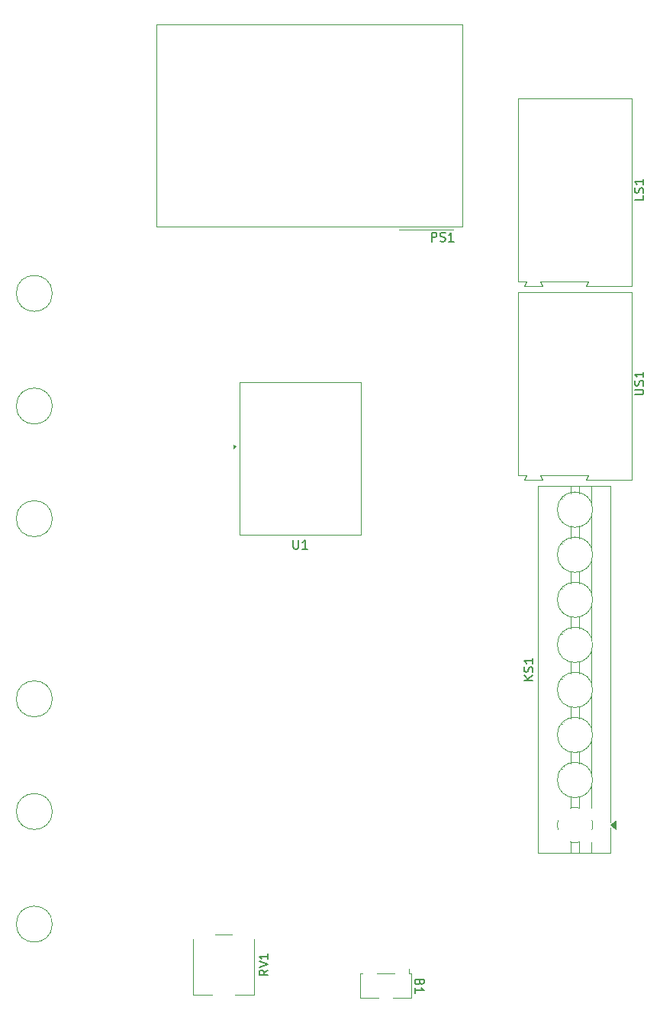
<source format=gbr>
%TF.GenerationSoftware,KiCad,Pcbnew,8.0.8*%
%TF.CreationDate,2025-02-08T14:15:15-05:00*%
%TF.ProjectId,Project_PCB_Subsystem,50726f6a-6563-4745-9f50-43425f537562,rev?*%
%TF.SameCoordinates,Original*%
%TF.FileFunction,Legend,Top*%
%TF.FilePolarity,Positive*%
%FSLAX46Y46*%
G04 Gerber Fmt 4.6, Leading zero omitted, Abs format (unit mm)*
G04 Created by KiCad (PCBNEW 8.0.8) date 2025-02-08 14:15:15*
%MOMM*%
%LPD*%
G01*
G04 APERTURE LIST*
%ADD10C,0.150000*%
%ADD11C,0.120000*%
G04 APERTURE END LIST*
D10*
X167738095Y-87354819D02*
X167738095Y-88164342D01*
X167738095Y-88164342D02*
X167785714Y-88259580D01*
X167785714Y-88259580D02*
X167833333Y-88307200D01*
X167833333Y-88307200D02*
X167928571Y-88354819D01*
X167928571Y-88354819D02*
X168119047Y-88354819D01*
X168119047Y-88354819D02*
X168214285Y-88307200D01*
X168214285Y-88307200D02*
X168261904Y-88259580D01*
X168261904Y-88259580D02*
X168309523Y-88164342D01*
X168309523Y-88164342D02*
X168309523Y-87354819D01*
X169309523Y-88354819D02*
X168738095Y-88354819D01*
X169023809Y-88354819D02*
X169023809Y-87354819D01*
X169023809Y-87354819D02*
X168928571Y-87497676D01*
X168928571Y-87497676D02*
X168833333Y-87592914D01*
X168833333Y-87592914D02*
X168738095Y-87640533D01*
X164954819Y-135095238D02*
X164478628Y-135428571D01*
X164954819Y-135666666D02*
X163954819Y-135666666D01*
X163954819Y-135666666D02*
X163954819Y-135285714D01*
X163954819Y-135285714D02*
X164002438Y-135190476D01*
X164002438Y-135190476D02*
X164050057Y-135142857D01*
X164050057Y-135142857D02*
X164145295Y-135095238D01*
X164145295Y-135095238D02*
X164288152Y-135095238D01*
X164288152Y-135095238D02*
X164383390Y-135142857D01*
X164383390Y-135142857D02*
X164431009Y-135190476D01*
X164431009Y-135190476D02*
X164478628Y-135285714D01*
X164478628Y-135285714D02*
X164478628Y-135666666D01*
X163954819Y-134809523D02*
X164954819Y-134476190D01*
X164954819Y-134476190D02*
X163954819Y-134142857D01*
X164954819Y-133285714D02*
X164954819Y-133857142D01*
X164954819Y-133571428D02*
X163954819Y-133571428D01*
X163954819Y-133571428D02*
X164097676Y-133666666D01*
X164097676Y-133666666D02*
X164192914Y-133761904D01*
X164192914Y-133761904D02*
X164240533Y-133857142D01*
X181768990Y-136445238D02*
X181721371Y-136588095D01*
X181721371Y-136588095D02*
X181673752Y-136635714D01*
X181673752Y-136635714D02*
X181578514Y-136683333D01*
X181578514Y-136683333D02*
X181435657Y-136683333D01*
X181435657Y-136683333D02*
X181340419Y-136635714D01*
X181340419Y-136635714D02*
X181292800Y-136588095D01*
X181292800Y-136588095D02*
X181245180Y-136492857D01*
X181245180Y-136492857D02*
X181245180Y-136111905D01*
X181245180Y-136111905D02*
X182245180Y-136111905D01*
X182245180Y-136111905D02*
X182245180Y-136445238D01*
X182245180Y-136445238D02*
X182197561Y-136540476D01*
X182197561Y-136540476D02*
X182149942Y-136588095D01*
X182149942Y-136588095D02*
X182054704Y-136635714D01*
X182054704Y-136635714D02*
X181959466Y-136635714D01*
X181959466Y-136635714D02*
X181864228Y-136588095D01*
X181864228Y-136588095D02*
X181816609Y-136540476D01*
X181816609Y-136540476D02*
X181768990Y-136445238D01*
X181768990Y-136445238D02*
X181768990Y-136111905D01*
X181245180Y-137635714D02*
X181245180Y-137064286D01*
X181245180Y-137350000D02*
X182245180Y-137350000D01*
X182245180Y-137350000D02*
X182102323Y-137254762D01*
X182102323Y-137254762D02*
X182007085Y-137159524D01*
X182007085Y-137159524D02*
X181959466Y-137064286D01*
X194334819Y-102964285D02*
X193334819Y-102964285D01*
X194334819Y-102392857D02*
X193763390Y-102821428D01*
X193334819Y-102392857D02*
X193906247Y-102964285D01*
X194287200Y-102011904D02*
X194334819Y-101869047D01*
X194334819Y-101869047D02*
X194334819Y-101630952D01*
X194334819Y-101630952D02*
X194287200Y-101535714D01*
X194287200Y-101535714D02*
X194239580Y-101488095D01*
X194239580Y-101488095D02*
X194144342Y-101440476D01*
X194144342Y-101440476D02*
X194049104Y-101440476D01*
X194049104Y-101440476D02*
X193953866Y-101488095D01*
X193953866Y-101488095D02*
X193906247Y-101535714D01*
X193906247Y-101535714D02*
X193858628Y-101630952D01*
X193858628Y-101630952D02*
X193811009Y-101821428D01*
X193811009Y-101821428D02*
X193763390Y-101916666D01*
X193763390Y-101916666D02*
X193715771Y-101964285D01*
X193715771Y-101964285D02*
X193620533Y-102011904D01*
X193620533Y-102011904D02*
X193525295Y-102011904D01*
X193525295Y-102011904D02*
X193430057Y-101964285D01*
X193430057Y-101964285D02*
X193382438Y-101916666D01*
X193382438Y-101916666D02*
X193334819Y-101821428D01*
X193334819Y-101821428D02*
X193334819Y-101583333D01*
X193334819Y-101583333D02*
X193382438Y-101440476D01*
X194334819Y-100488095D02*
X194334819Y-101059523D01*
X194334819Y-100773809D02*
X193334819Y-100773809D01*
X193334819Y-100773809D02*
X193477676Y-100869047D01*
X193477676Y-100869047D02*
X193572914Y-100964285D01*
X193572914Y-100964285D02*
X193620533Y-101059523D01*
X206604819Y-49142857D02*
X206604819Y-49619047D01*
X206604819Y-49619047D02*
X205604819Y-49619047D01*
X206557200Y-48857142D02*
X206604819Y-48714285D01*
X206604819Y-48714285D02*
X206604819Y-48476190D01*
X206604819Y-48476190D02*
X206557200Y-48380952D01*
X206557200Y-48380952D02*
X206509580Y-48333333D01*
X206509580Y-48333333D02*
X206414342Y-48285714D01*
X206414342Y-48285714D02*
X206319104Y-48285714D01*
X206319104Y-48285714D02*
X206223866Y-48333333D01*
X206223866Y-48333333D02*
X206176247Y-48380952D01*
X206176247Y-48380952D02*
X206128628Y-48476190D01*
X206128628Y-48476190D02*
X206081009Y-48666666D01*
X206081009Y-48666666D02*
X206033390Y-48761904D01*
X206033390Y-48761904D02*
X205985771Y-48809523D01*
X205985771Y-48809523D02*
X205890533Y-48857142D01*
X205890533Y-48857142D02*
X205795295Y-48857142D01*
X205795295Y-48857142D02*
X205700057Y-48809523D01*
X205700057Y-48809523D02*
X205652438Y-48761904D01*
X205652438Y-48761904D02*
X205604819Y-48666666D01*
X205604819Y-48666666D02*
X205604819Y-48428571D01*
X205604819Y-48428571D02*
X205652438Y-48285714D01*
X206604819Y-47333333D02*
X206604819Y-47904761D01*
X206604819Y-47619047D02*
X205604819Y-47619047D01*
X205604819Y-47619047D02*
X205747676Y-47714285D01*
X205747676Y-47714285D02*
X205842914Y-47809523D01*
X205842914Y-47809523D02*
X205890533Y-47904761D01*
X183085714Y-54237319D02*
X183085714Y-53237319D01*
X183085714Y-53237319D02*
X183466666Y-53237319D01*
X183466666Y-53237319D02*
X183561904Y-53284938D01*
X183561904Y-53284938D02*
X183609523Y-53332557D01*
X183609523Y-53332557D02*
X183657142Y-53427795D01*
X183657142Y-53427795D02*
X183657142Y-53570652D01*
X183657142Y-53570652D02*
X183609523Y-53665890D01*
X183609523Y-53665890D02*
X183561904Y-53713509D01*
X183561904Y-53713509D02*
X183466666Y-53761128D01*
X183466666Y-53761128D02*
X183085714Y-53761128D01*
X184038095Y-54189700D02*
X184180952Y-54237319D01*
X184180952Y-54237319D02*
X184419047Y-54237319D01*
X184419047Y-54237319D02*
X184514285Y-54189700D01*
X184514285Y-54189700D02*
X184561904Y-54142080D01*
X184561904Y-54142080D02*
X184609523Y-54046842D01*
X184609523Y-54046842D02*
X184609523Y-53951604D01*
X184609523Y-53951604D02*
X184561904Y-53856366D01*
X184561904Y-53856366D02*
X184514285Y-53808747D01*
X184514285Y-53808747D02*
X184419047Y-53761128D01*
X184419047Y-53761128D02*
X184228571Y-53713509D01*
X184228571Y-53713509D02*
X184133333Y-53665890D01*
X184133333Y-53665890D02*
X184085714Y-53618271D01*
X184085714Y-53618271D02*
X184038095Y-53523033D01*
X184038095Y-53523033D02*
X184038095Y-53427795D01*
X184038095Y-53427795D02*
X184085714Y-53332557D01*
X184085714Y-53332557D02*
X184133333Y-53284938D01*
X184133333Y-53284938D02*
X184228571Y-53237319D01*
X184228571Y-53237319D02*
X184466666Y-53237319D01*
X184466666Y-53237319D02*
X184609523Y-53284938D01*
X185561904Y-54237319D02*
X184990476Y-54237319D01*
X185276190Y-54237319D02*
X185276190Y-53237319D01*
X185276190Y-53237319D02*
X185180952Y-53380176D01*
X185180952Y-53380176D02*
X185085714Y-53475414D01*
X185085714Y-53475414D02*
X184990476Y-53523033D01*
X205604819Y-71238094D02*
X206414342Y-71238094D01*
X206414342Y-71238094D02*
X206509580Y-71190475D01*
X206509580Y-71190475D02*
X206557200Y-71142856D01*
X206557200Y-71142856D02*
X206604819Y-71047618D01*
X206604819Y-71047618D02*
X206604819Y-70857142D01*
X206604819Y-70857142D02*
X206557200Y-70761904D01*
X206557200Y-70761904D02*
X206509580Y-70714285D01*
X206509580Y-70714285D02*
X206414342Y-70666666D01*
X206414342Y-70666666D02*
X205604819Y-70666666D01*
X206557200Y-70238094D02*
X206604819Y-70095237D01*
X206604819Y-70095237D02*
X206604819Y-69857142D01*
X206604819Y-69857142D02*
X206557200Y-69761904D01*
X206557200Y-69761904D02*
X206509580Y-69714285D01*
X206509580Y-69714285D02*
X206414342Y-69666666D01*
X206414342Y-69666666D02*
X206319104Y-69666666D01*
X206319104Y-69666666D02*
X206223866Y-69714285D01*
X206223866Y-69714285D02*
X206176247Y-69761904D01*
X206176247Y-69761904D02*
X206128628Y-69857142D01*
X206128628Y-69857142D02*
X206081009Y-70047618D01*
X206081009Y-70047618D02*
X206033390Y-70142856D01*
X206033390Y-70142856D02*
X205985771Y-70190475D01*
X205985771Y-70190475D02*
X205890533Y-70238094D01*
X205890533Y-70238094D02*
X205795295Y-70238094D01*
X205795295Y-70238094D02*
X205700057Y-70190475D01*
X205700057Y-70190475D02*
X205652438Y-70142856D01*
X205652438Y-70142856D02*
X205604819Y-70047618D01*
X205604819Y-70047618D02*
X205604819Y-69809523D01*
X205604819Y-69809523D02*
X205652438Y-69666666D01*
X206604819Y-68714285D02*
X206604819Y-69285713D01*
X206604819Y-68999999D02*
X205604819Y-68999999D01*
X205604819Y-68999999D02*
X205747676Y-69095237D01*
X205747676Y-69095237D02*
X205842914Y-69190475D01*
X205842914Y-69190475D02*
X205890533Y-69285713D01*
D11*
%TO.C,U1*%
X161750000Y-69850000D02*
X175250000Y-69850000D01*
X161750000Y-86750000D02*
X161750000Y-69850000D01*
X175250000Y-69850000D02*
X175250000Y-86750000D01*
X175250000Y-86750000D02*
X161750000Y-86750000D01*
X161400000Y-77000000D02*
X161064000Y-77240000D01*
X161064000Y-76760000D01*
X161400000Y-77000000D01*
G36*
X161400000Y-77000000D02*
G01*
X161064000Y-77240000D01*
X161064000Y-76760000D01*
X161400000Y-77000000D01*
G37*
%TO.C,RV1*%
X156630000Y-131666000D02*
X156630000Y-137870000D01*
X158760000Y-137870000D02*
X156630000Y-137870000D01*
X160909000Y-131130000D02*
X159090000Y-131130000D01*
X163371000Y-131666000D02*
X163371000Y-137870000D01*
X163371000Y-137870000D02*
X161240000Y-137870000D01*
%TO.C,B1*%
X175190000Y-135490000D02*
X175450000Y-135490000D01*
X175190000Y-138200000D02*
X175190000Y-135500000D01*
X177200000Y-138210000D02*
X175190000Y-138210000D01*
X178980000Y-135490000D02*
X177020000Y-135490000D01*
X180550000Y-135490000D02*
X180550000Y-134950000D01*
X180550000Y-135490000D02*
X180800000Y-135490000D01*
X180810000Y-135490000D02*
X180810000Y-138210000D01*
X180810000Y-138210000D02*
X178800000Y-138210000D01*
%TO.C,KS1*%
X194880000Y-81380000D02*
X202920000Y-81380000D01*
X194880000Y-122120000D02*
X194880000Y-81380000D01*
X194880000Y-122120000D02*
X202920000Y-122120000D01*
X197514000Y-82753000D02*
X197557000Y-82796000D01*
X197514000Y-87753000D02*
X197557000Y-87796000D01*
X197514000Y-92753000D02*
X197557000Y-92796000D01*
X197514000Y-97753000D02*
X197557000Y-97796000D01*
X197514000Y-102753000D02*
X197557000Y-102796000D01*
X197514000Y-107753000D02*
X197557000Y-107796000D01*
X197514000Y-112753000D02*
X197557000Y-112796000D01*
X197753000Y-82513000D02*
X197796000Y-82556000D01*
X197753000Y-87513000D02*
X197796000Y-87556000D01*
X197753000Y-92513000D02*
X197796000Y-92556000D01*
X197753000Y-97513000D02*
X197796000Y-97556000D01*
X197753000Y-102513000D02*
X197796000Y-102556000D01*
X197753000Y-107513000D02*
X197796000Y-107556000D01*
X197753000Y-112513000D02*
X197796000Y-112556000D01*
X198500000Y-82188000D02*
X198500000Y-81380000D01*
X198500000Y-87188000D02*
X198500000Y-85812000D01*
X198500000Y-92188000D02*
X198500000Y-90812000D01*
X198500000Y-97188000D02*
X198500000Y-95812000D01*
X198500000Y-102188000D02*
X198500000Y-100812000D01*
X198500000Y-107188000D02*
X198500000Y-105812000D01*
X198500000Y-112188000D02*
X198500000Y-110812000D01*
X198500000Y-117120000D02*
X198500000Y-115812000D01*
X198500000Y-122120000D02*
X198500000Y-120880000D01*
X199500000Y-82188000D02*
X199500000Y-81380000D01*
X199500000Y-87188000D02*
X199500000Y-85812000D01*
X199500000Y-92188000D02*
X199500000Y-90812000D01*
X199500000Y-97188000D02*
X199500000Y-95812000D01*
X199500000Y-102188000D02*
X199500000Y-100812000D01*
X199500000Y-107188000D02*
X199500000Y-105812000D01*
X199500000Y-112188000D02*
X199500000Y-110812000D01*
X199500000Y-117120000D02*
X199500000Y-115812000D01*
X199500000Y-122120000D02*
X199500000Y-120880000D01*
X200204000Y-85444000D02*
X200247000Y-85487000D01*
X200204000Y-90444000D02*
X200247000Y-90487000D01*
X200204000Y-95444000D02*
X200247000Y-95487000D01*
X200204000Y-100444000D02*
X200247000Y-100487000D01*
X200204000Y-105444000D02*
X200247000Y-105487000D01*
X200204000Y-110444000D02*
X200247000Y-110487000D01*
X200204000Y-115444000D02*
X200247000Y-115487000D01*
X200443000Y-85205000D02*
X200486000Y-85248000D01*
X200443000Y-90205000D02*
X200486000Y-90248000D01*
X200443000Y-95205000D02*
X200486000Y-95248000D01*
X200443000Y-100205000D02*
X200486000Y-100248000D01*
X200443000Y-105205000D02*
X200486000Y-105248000D01*
X200443000Y-110205000D02*
X200486000Y-110248000D01*
X200443000Y-115205000D02*
X200486000Y-115248000D01*
X200800000Y-83457000D02*
X200800000Y-81380000D01*
X200800000Y-88457000D02*
X200800000Y-84543000D01*
X200800000Y-93457000D02*
X200800000Y-89543000D01*
X200800000Y-98457000D02*
X200800000Y-94543000D01*
X200800000Y-103457000D02*
X200800000Y-99543000D01*
X200800000Y-108457000D02*
X200800000Y-104543000D01*
X200800000Y-113457000D02*
X200800000Y-109543000D01*
X200800000Y-117120000D02*
X200800000Y-114543000D01*
X200800000Y-122120000D02*
X200800000Y-120880000D01*
X202920000Y-118700000D02*
X202920000Y-81380000D01*
X202920000Y-122120000D02*
X202920000Y-119300000D01*
X197120000Y-119554000D02*
G75*
G02*
X197120139Y-118445528I1880000J554000D01*
G01*
X198446000Y-117120000D02*
G75*
G02*
X199554472Y-117120139I554000J-1880000D01*
G01*
X199554000Y-120880000D02*
G75*
G02*
X198445528Y-120879861I-554000J1879990D01*
G01*
X200880000Y-118446000D02*
G75*
G02*
X200879861Y-119554472I-1879990J-554000D01*
G01*
X200960000Y-84000000D02*
G75*
G02*
X197040000Y-84000000I-1960000J0D01*
G01*
X197040000Y-84000000D02*
G75*
G02*
X200960000Y-84000000I1960000J0D01*
G01*
X200960000Y-89000000D02*
G75*
G02*
X197040000Y-89000000I-1960000J0D01*
G01*
X197040000Y-89000000D02*
G75*
G02*
X200960000Y-89000000I1960000J0D01*
G01*
X200960000Y-94000000D02*
G75*
G02*
X197040000Y-94000000I-1960000J0D01*
G01*
X197040000Y-94000000D02*
G75*
G02*
X200960000Y-94000000I1960000J0D01*
G01*
X200960000Y-99000000D02*
G75*
G02*
X197040000Y-99000000I-1960000J0D01*
G01*
X197040000Y-99000000D02*
G75*
G02*
X200960000Y-99000000I1960000J0D01*
G01*
X200960000Y-104000000D02*
G75*
G02*
X197040000Y-104000000I-1960000J0D01*
G01*
X197040000Y-104000000D02*
G75*
G02*
X200960000Y-104000000I1960000J0D01*
G01*
X200960000Y-109000000D02*
G75*
G02*
X197040000Y-109000000I-1960000J0D01*
G01*
X197040000Y-109000000D02*
G75*
G02*
X200960000Y-109000000I1960000J0D01*
G01*
X200960000Y-114000000D02*
G75*
G02*
X197040000Y-114000000I-1960000J0D01*
G01*
X197040000Y-114000000D02*
G75*
G02*
X200960000Y-114000000I1960000J0D01*
G01*
X203530000Y-119440000D02*
X202920000Y-119000000D01*
X203530000Y-118560000D01*
X203530000Y-119440000D01*
G36*
X203530000Y-119440000D02*
G01*
X202920000Y-119000000D01*
X203530000Y-118560000D01*
X203530000Y-119440000D01*
G37*
%TO.C,LS1*%
X192700000Y-38350000D02*
X205300000Y-38350000D01*
X192700000Y-58650000D02*
X192700000Y-38350000D01*
X193350000Y-59200000D02*
X193650000Y-58650000D01*
X193650000Y-58650000D02*
X192700000Y-58650000D01*
X195100000Y-58650000D02*
X195400000Y-59200000D01*
X195400000Y-59200000D02*
X193350000Y-59200000D01*
X200250000Y-59150000D02*
X200500000Y-58650000D01*
X200500000Y-58650000D02*
X195100000Y-58650000D01*
X205300000Y-38350000D02*
X205300000Y-59150000D01*
X205300000Y-59150000D02*
X200250000Y-59150000D01*
%TO.C,PS1*%
X152530000Y-52602500D02*
X152530000Y-30162500D01*
X185500000Y-52932500D02*
X179500000Y-52932500D01*
X186470000Y-30162500D02*
X152530000Y-30162500D01*
X186470000Y-30162500D02*
X186470000Y-52602500D01*
X186470000Y-52602500D02*
X152530000Y-52602500D01*
%TO.C,US1*%
X192700000Y-59850000D02*
X205300000Y-59850000D01*
X192700000Y-80150000D02*
X192700000Y-59850000D01*
X193350000Y-80700000D02*
X193650000Y-80150000D01*
X193650000Y-80150000D02*
X192700000Y-80150000D01*
X195100000Y-80150000D02*
X195400000Y-80700000D01*
X195400000Y-80700000D02*
X193350000Y-80700000D01*
X200250000Y-80650000D02*
X200500000Y-80150000D01*
X200500000Y-80150000D02*
X195100000Y-80150000D01*
X205300000Y-59850000D02*
X205300000Y-80650000D01*
X205300000Y-80650000D02*
X200250000Y-80650000D01*
%TO.C,MS2*%
X141000000Y-60000000D02*
G75*
G02*
X137000000Y-60000000I-2000000J0D01*
G01*
X137000000Y-60000000D02*
G75*
G02*
X141000000Y-60000000I2000000J0D01*
G01*
X141000000Y-72500000D02*
G75*
G02*
X137000000Y-72500000I-2000000J0D01*
G01*
X137000000Y-72500000D02*
G75*
G02*
X141000000Y-72500000I2000000J0D01*
G01*
X141000000Y-85000000D02*
G75*
G02*
X137000000Y-85000000I-2000000J0D01*
G01*
X137000000Y-85000000D02*
G75*
G02*
X141000000Y-85000000I2000000J0D01*
G01*
%TO.C,MS1*%
X141000000Y-105000000D02*
G75*
G02*
X137000000Y-105000000I-2000000J0D01*
G01*
X137000000Y-105000000D02*
G75*
G02*
X141000000Y-105000000I2000000J0D01*
G01*
X141000000Y-117500000D02*
G75*
G02*
X137000000Y-117500000I-2000000J0D01*
G01*
X137000000Y-117500000D02*
G75*
G02*
X141000000Y-117500000I2000000J0D01*
G01*
X141000000Y-130000000D02*
G75*
G02*
X137000000Y-130000000I-2000000J0D01*
G01*
X137000000Y-130000000D02*
G75*
G02*
X141000000Y-130000000I2000000J0D01*
G01*
%TD*%
M02*

</source>
